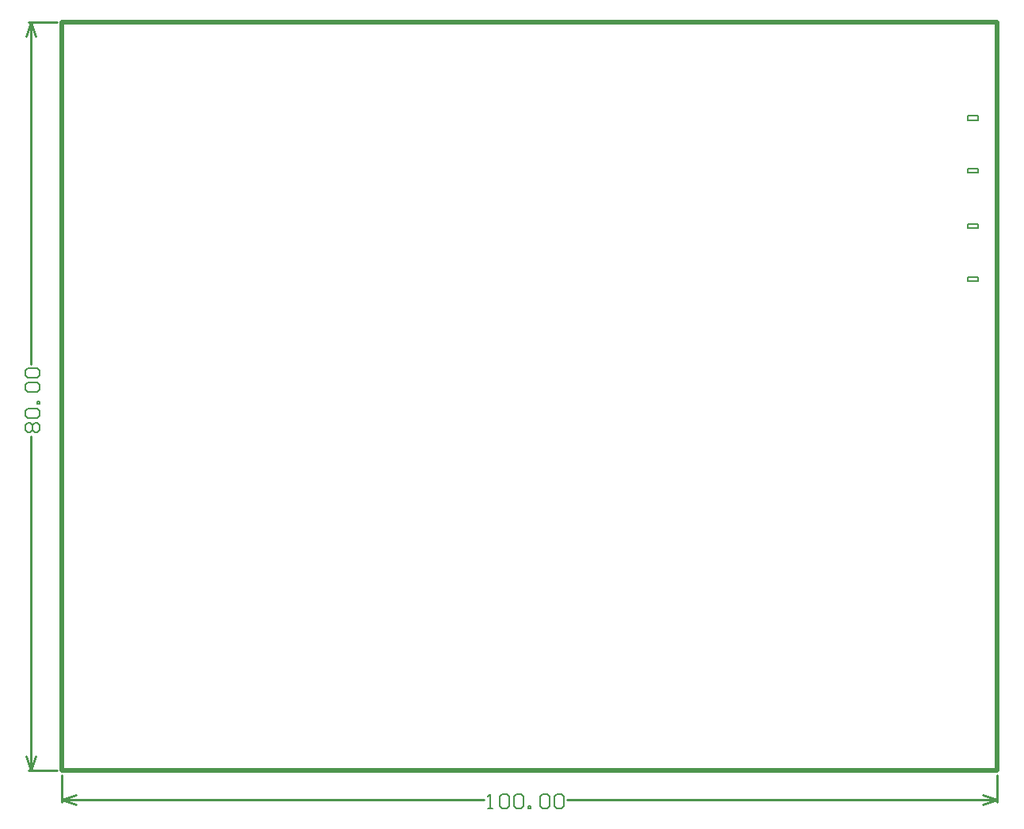
<source format=gbo>
G04*
G04 #@! TF.GenerationSoftware,Altium Limited,Altium Designer,18.1.9 (240)*
G04*
G04 Layer_Color=32896*
%FSLAX24Y24*%
%MOIN*%
G70*
G01*
G75*
%ADD14C,0.0100*%
%ADD17C,0.0200*%
%ADD18C,0.0060*%
%ADD20C,0.0050*%
D14*
X-1300Y31496D02*
X-1100Y30896D01*
X-1500D02*
X-1300Y31496D01*
X-1500Y600D02*
X-1300Y0D01*
X-1100Y600D01*
X-1300Y17098D02*
Y31496D01*
Y0D02*
Y14078D01*
X-1400Y31496D02*
X-200D01*
X-1400Y0D02*
X-200D01*
X0Y-1250D02*
X600Y-1050D01*
X0Y-1250D02*
X600Y-1450D01*
X38770D02*
X39370Y-1250D01*
X38770Y-1050D02*
X39370Y-1250D01*
X0D02*
X17766D01*
X21285D02*
X39370D01*
X0Y-1350D02*
Y-200D01*
X39370Y-1350D02*
Y-200D01*
D17*
X0Y0D02*
X39370D01*
Y31496D01*
X0Y0D02*
Y31496D01*
X39370D01*
D18*
X-1440Y14238D02*
X-1540Y14338D01*
Y14538D01*
X-1440Y14638D01*
X-1340D01*
X-1240Y14538D01*
X-1140Y14638D01*
X-1040D01*
X-940Y14538D01*
Y14338D01*
X-1040Y14238D01*
X-1140D01*
X-1240Y14338D01*
X-1340Y14238D01*
X-1440D01*
X-1240Y14338D02*
Y14538D01*
X-1440Y14838D02*
X-1540Y14938D01*
Y15138D01*
X-1440Y15238D01*
X-1040D01*
X-940Y15138D01*
Y14938D01*
X-1040Y14838D01*
X-1440D01*
X-940Y15438D02*
X-1040D01*
Y15538D01*
X-940D01*
Y15438D01*
X-1440Y15938D02*
X-1540Y16038D01*
Y16238D01*
X-1440Y16338D01*
X-1040D01*
X-940Y16238D01*
Y16038D01*
X-1040Y15938D01*
X-1440D01*
Y16538D02*
X-1540Y16638D01*
Y16838D01*
X-1440Y16938D01*
X-1040D01*
X-940Y16838D01*
Y16638D01*
X-1040Y16538D01*
X-1440D01*
X17926Y-1610D02*
X18125D01*
X18026D01*
Y-1010D01*
X17926Y-1110D01*
X18425D02*
X18525Y-1010D01*
X18725D01*
X18825Y-1110D01*
Y-1510D01*
X18725Y-1610D01*
X18525D01*
X18425Y-1510D01*
Y-1110D01*
X19025D02*
X19125Y-1010D01*
X19325D01*
X19425Y-1110D01*
Y-1510D01*
X19325Y-1610D01*
X19125D01*
X19025Y-1510D01*
Y-1110D01*
X19625Y-1610D02*
Y-1510D01*
X19725D01*
Y-1610D01*
X19625D01*
X20125Y-1110D02*
X20225Y-1010D01*
X20425D01*
X20525Y-1110D01*
Y-1510D01*
X20425Y-1610D01*
X20225D01*
X20125Y-1510D01*
Y-1110D01*
X20725D02*
X20825Y-1010D01*
X21025D01*
X21125Y-1110D01*
Y-1510D01*
X21025Y-1610D01*
X20825D01*
X20725Y-1510D01*
Y-1110D01*
D20*
X38562Y27372D02*
Y27552D01*
X38122Y27372D02*
Y27552D01*
Y27372D02*
X38562D01*
X38122Y27552D02*
X38562D01*
Y25148D02*
Y25328D01*
X38122Y25148D02*
Y25328D01*
Y25148D02*
X38562D01*
X38122Y25328D02*
X38562D01*
Y22822D02*
Y23002D01*
X38122Y22822D02*
Y23002D01*
Y22822D02*
X38562D01*
X38122Y23002D02*
X38562D01*
Y20598D02*
Y20778D01*
X38122Y20598D02*
Y20778D01*
Y20598D02*
X38562D01*
X38122Y20778D02*
X38562D01*
M02*

</source>
